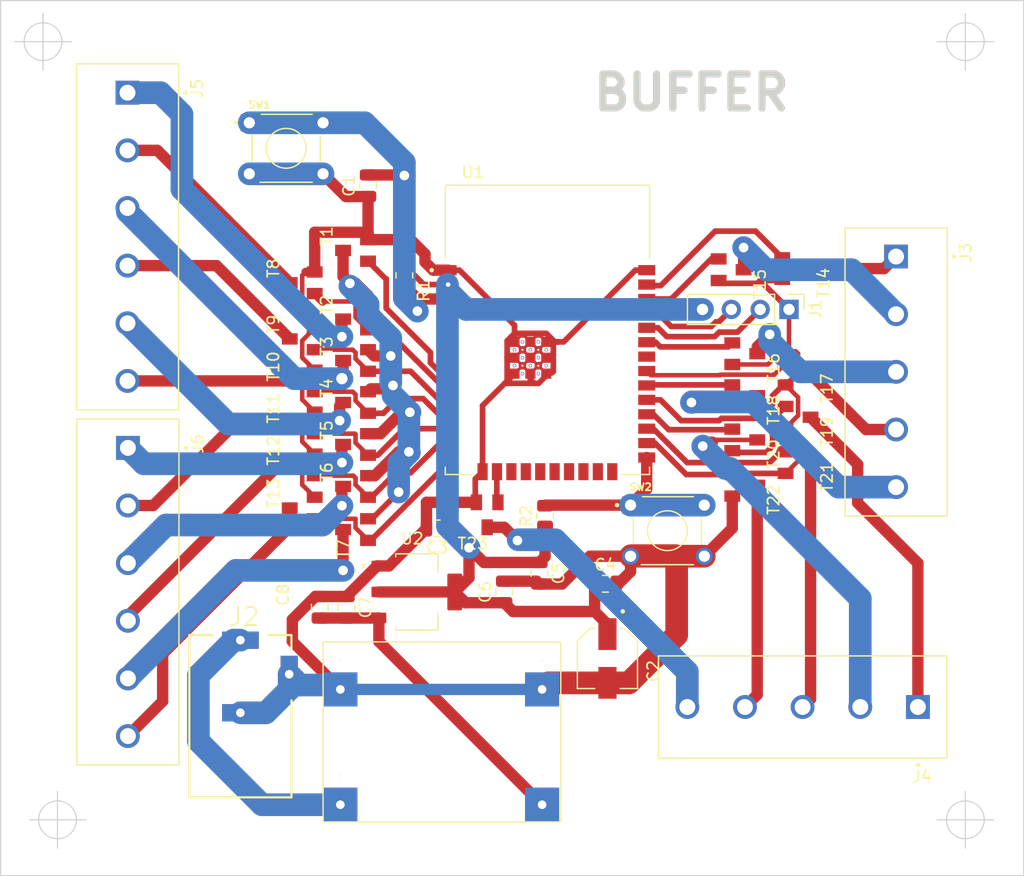
<source format=kicad_pcb>
(kicad_pcb (version 20211014) (generator pcbnew)
  (layers (0 "F.Cu" signal) (31 "B.Cu" signal) (34 "B.Paste" user) (35 "F.Paste" user) (36 "B.SilkS" user "B.Silkscreen") (37 "F.SilkS" user "F.Silkscreen") (38 "B.Mask" user) (39 "F.Mask" user) (44 "Edge.Cuts" user))
  (net 0 "")
  (net 1 "GND")
  (net 2 "r1")
  (net 3 "r2")
  (net 4 "r3")
  (net 5 "r4")
  (net 6 "r5")
  (net 7 "o1g")
  (net 8 "o1r")
  (net 9 "o2g")
  (net 10 "o2r")
  (net 11 "o3g")
  (net 12 "o3r")
  (net 13 "g1")
  (net 14 "g2")
  (net 15 "g3")
  (net 16 "g4")
  (net 17 "Net-(T1-Pad3)")
  (net 18 "Net-(T1-Pad1)")
  (net 19 "Net-(T2-Pad1)")
  (net 20 "Net-(T3-Pad1)")
  (net 21 "Net-(T10-Pad1)")
  (net 22 "Net-(T11-Pad1)")
  (net 23 "Net-(T12-Pad1)")
  (net 24 "Net-(T13-Pad1)")
  (net 25 "Net-(T14-Pad1)")
  (net 26 "Net-(T15-Pad1)")
  (net 27 "Net-(T16-Pad1)")
  (net 28 "Net-(T17-Pad1)")
  (net 29 "Net-(T18-Pad1)")
  (net 30 "Net-(T19-Pad1)")
  (net 31 "Net-(T20-Pad1)")
  (net 32 "Net-(T21-Pad1)")
  (net 33 "Net-(T22-Pad1)")
  (net 34 "Net-(T23-Pad1)")
  (net 48 "+3V3")
  (net 49 "Net-(J1-Pad2)")
  (net 50 "Net-(J1-Pad3)")
  (net 55 "o4g")
  (net 56 "o5g")
  (net 57 "o6g")
  (net 58 "o4r")
  (net 59 "o5r")
  (net 60 "o6r")
  (net 61 "g5")
  (net 62 "Net-(C1-Pad2)")
  (net 63 "Net-(C7-Pad2)")
  (net 64 "Net-(J2-Pad1)")
  (net 65 "Net-(R2-Pad2)")
  (footprint "libraries:SOT23" (layer "F.Cu") (at 148.2 91 -90)
    (fp_text reference "T16")
    (fp_text value "r3")
  )
  (footprint "libraries:SOT23" (layer "F.Cu") (at 152.9 92.8 -90)
    (fp_text reference "T17")
    (fp_text value "r4")
  )
  (footprint "libraries:TE_282841-5" (layer "F.Cu") (at 153.3 122.1375 180)
    (fp_text reference "J4")
    (fp_text value "Groen")
  )
  (footprint "libraries:SOT23" (layer "F.Cu") (at 148.2 102.6 -90)
    (fp_text reference "T22")
    (fp_text value "g4")
  )
  (footprint "libraries:SOT23" (layer "F.Cu") (at 113.9 102.7 90)
    (fp_text reference "T6")
    (fp_text value "o5g")
  )
  (footprint "libraries:TE_282841-5" (layer "F.Cu") (at 161.5375 92.6 -90)
    (fp_text reference "J3")
    (fp_text value "Rood")
  )
  (footprint "Capacitor_SMD:C_0805_2012Metric" (layer "F.Cu") (at 135.92 111.28)
    (fp_text reference "C4")
    (fp_text value "0.1u")
  )
  (footprint "Capacitor_SMD:C_0805_2012Metric" (layer "F.Cu") (at 127 112 90)
    (fp_text reference "C6")
    (fp_text value "4.7u")
  )
  (footprint "libraries:SOT23" (layer "F.Cu") (at 109.2 100.8 90)
    (fp_text reference "T12")
    (fp_text value "o5r")
  )
  (footprint "libraries:SW_1825910-6-4" (layer "F.Cu") (at 107.785 72.9)
    (fp_text reference "SW1")
    (fp_text value "ENABLE")
  )
  (footprint "libraries:XCVR_ESP32-WROOM-32E_(16MB)" (layer "F.Cu") (at 130.81 88.9)
    (fp_text reference "U1")
    (fp_text value "ESP32-WROOM-32E_(16MB)")
  )
  (footprint "libraries:SOT23" (layer "F.Cu") (at 113.9 99 90)
    (fp_text reference "T5")
    (fp_text value "o4g")
  )
  (footprint "libraries:SOT23" (layer "F.Cu") (at 152.6 83.5 -90)
    (fp_text reference "T14")
    (fp_text value "r1")
  )
  (footprint "Resistor_SMD:R_0805_2012Metric" (layer "F.Cu") (at 118.2 84.1 -90)
    (fp_text reference "R1")
    (fp_text value "10k")
  )
  (footprint "libraries:Buck Converter" (layer "F.Cu") (at 121.45 124.4 180)
    (fp_text reference "PS1" hide)
    (fp_text value "ITX0512SA")
  )
  (footprint "libraries:SOT23" (layer "F.Cu") (at 109.2 104.6 90)
    (fp_text reference "T13")
    (fp_text value "06r")
  )
  (footprint "libraries:SOT229P700X180-4N" (layer "F.Cu") (at 119.3 112)
    (fp_text reference "U2")
    (fp_text value "AMS1117")
  )
  (footprint "Capacitor_SMD:C_0805_2012Metric" (layer "F.Cu") (at 115 76.2 90)
    (fp_text reference "C1")
    (fp_text value "1u")
  )
  (footprint "libraries:SOT23" (layer "F.Cu") (at 113.9 95.3 90)
    (fp_text reference "T4")
    (fp_text value "o3g")
  )
  (footprint "libraries:TE_282841-6" (layer "F.Cu") (at 93.8375 112 -90)
    (fp_text reference "J6")
    (fp_text value "Oranje2")
  )
  (footprint "libraries:SOT23" (layer "F.Cu") (at 113.9 87.95 90)
    (fp_text reference "T2")
    (fp_text value "o1g")
  )
  (footprint "Capacitor_SMD:C_0805_2012Metric" (layer "F.Cu") (at 121.1 106.4 180)
    (fp_text reference "C3")
    (fp_text value "22u")
  )
  (footprint "Connector_PinHeader_2.54mm:PinHeader_1x04_P2.54mm_Vertical" (layer "F.Cu") (at 152.1 87.1 -90)
    (fp_text reference "J1")
    (fp_text value "Conn_01x04_Female")
  )
  (footprint "libraries:SOT23" (layer "F.Cu") (at 113.9 106.5 90)
    (fp_text reference "T7")
    (fp_text value "06g")
  )
  (footprint "libraries:TE_282841-6" (layer "F.Cu") (at 93.8 80.7 -90)
    (fp_text reference "J5")
    (fp_text value "Oranje1")
  )
  (footprint "libraries:CAP_EEE0JA101WR" (layer "F.Cu") (at 136.1 117.8625 -90)
    (fp_text reference "C2")
    (fp_text value "220u")
  )
  (footprint "libraries:SOT23" (layer "F.Cu") (at 147 83.6 -90)
    (fp_text reference "T15")
    (fp_text value "r2")
  )
  (footprint "libraries:SW_1825910-6-4" (layer "F.Cu") (at 141.385 106.6)
    (fp_text reference "SW2")
    (fp_text value "BOOT")
  )
  (footprint "libraries:SOT23" (layer "F.Cu") (at 109.2 97.1 90)
    (fp_text reference "T11")
    (fp_text value "o4r")
  )
  (footprint "libraries:SOT23" (layer "F.Cu") (at 152.9 96.6 -90)
    (fp_text reference "T19")
    (fp_text value "g1")
  )
  (footprint "libraries:GCT_DCJ200-10-A-XX-X_REVA" (layer "F.Cu") (at 103.75 122.95)
    (fp_text reference "J2")
    (fp_text value "DCJ200-10-A-XX-X_REVA")
  )
  (footprint "Resistor_SMD:R_0805_2012Metric" (layer "F.Cu") (at 130.6 105.3125 90)
    (fp_text reference "R2")
    (fp_text value "10k")
  )
  (footprint "libraries:SOT23" (layer "F.Cu") (at 148.2 98.6 -90)
    (fp_text reference "T20")
    (fp_text value "g2")
  )
  (footprint "Capacitor_SMD:C_0805_2012Metric" (layer "F.Cu") (at 113.1 113.35 -90)
    (fp_text reference "C7")
    (fp_text value "0.1u")
  )
  (footprint "Capacitor_SMD:C_0805_2012Metric" (layer "F.Cu") (at 110.75 113.35 90)
    (fp_text reference "C8")
    (fp_text value "4.7u")
  )
  (footprint "libraries:SOT23" (layer "F.Cu") (at 109.2 89.7 90)
    (fp_text reference "T9")
    (fp_text value "o2r")
  )
  (footprint "libraries:SOT23" (layer "F.Cu") (at 148.2 94.7 -90)
    (fp_text reference "T18")
    (fp_text value "r5")
  )
  (footprint "libraries:SOT23" (layer "F.Cu") (at 113.9 91.6 90)
    (fp_text reference "T3")
    (fp_text value "o2g")
  )
  (footprint "libraries:SOT23" (layer "F.Cu") (at 109.2 93.4 90)
    (fp_text reference "T10")
    (fp_text value "o3r")
  )
  (footprint "libraries:SOT23" (layer "F.Cu") (at 113.9 81.9 90)
    (fp_text reference "T1")
    (fp_text value "signaal oranje")
  )
  (footprint "libraries:SOT23" (layer "F.Cu") (at 125.5 105.2 180)
    (fp_text reference "T23")
    (fp_text value "g5")
  )
  (footprint "libraries:SOT23" (layer "F.Cu") (at 109.2 84.75 90)
    (fp_text reference "T8")
    (fp_text value "o1r")
  )
  (footprint "libraries:SOT23" (layer "F.Cu") (at 152.9 100.6 -90)
    (fp_text reference "T21")
    (fp_text value "g3")
  )
  (footprint "Capacitor_SMD:C_0805_2012Metric" (layer "F.Cu") (at 130.1 110.35 -90)
    (fp_text reference "C5")
    (fp_text value "0.1u")
  )
  (gr_rect (start 82.615 59.88) (end 172.785 137) (layer "Edge.Cuts") (width 0.1) (fill none))
  (gr_text "BUFFER" (at 143.5 68) (layer "F.Cu") (effects (font (size 3 3) (thickness 0.6))))
  (gr_text "BUFFER" (at 143.5 68) (layer "Edge.Cuts") (effects (font (size 3 3) (thickness 0.6))))
  (target plus (at 86.36 63.5) (size 5) (width 0.1) (layer "Edge.Cuts"))
  (target plus (at 167.64 63.5) (size 5) (width 0.1) (layer "Edge.Cuts"))
  (target plus (at 167.64 132.08) (size 5) (width 0.1) (layer "Edge.Cuts"))
  (target plus (at 87.63 132.08) (size 5) (width 0.1) (layer "Edge.Cuts"))
  (segment (start 109.2 97.25) (end 109.2 98.75) (width 0.4) (layer "F.Cu") (net 1))
  (segment (start 132.1 111.3) (end 134.55 108.85) (width 1) (layer "F.Cu") (net 1))
  (segment (start 146.149511 84.799511) (end 145.9 84.55) (width 0.5) (layer "F.Cu") (net 1))
  (segment (start 147.1 103.55) (end 148.200489 102.449511) (width 0.4) (layer "F.Cu") (net 1))
  (segment (start 122.06 83.64) (end 123.06 83.64) (width 0.5) (layer "F.Cu") (net 1))
  (segment (start 124.45 102.045) (end 125.095 101.4) (width 0.5) (layer "F.Cu") (net 1))
  (segment (start 127.26 89.86) (end 127.91 89.21) (width 0.5) (layer "F.Cu") (net 1))
  (segment (start 110.3 99.85) (end 109.200489 100.949511) (width 0.4) (layer "F.Cu") (net 1))
  (segment (start 128.404521 91.854521) (end 128.404521 92.265479) (width 0.25) (layer "F.Cu") (net 1))
  (segment (start 131.329521 91.190479) (end 131.16 91.36) (width 0.5) (layer "F.Cu") (net 1))
  (segment (start 148.200489 102.449511) (end 148.200489 101.700489) (width 0.4) (layer "F.Cu") (net 1))
  (segment (start 109.2 95.05) (end 110.3 96.15) (width 0.4) (layer "F.Cu") (net 1))
  (segment (start 129.64 93.61) (end 129.31 93.28) (width 0.5) (layer "F.Cu") (net 1))
  (segment (start 131.79 89.96) (end 131.329521 89.96) (width 0.5) (layer "F.Cu") (net 1))
  (segment (start 150.649511 90.950489) (end 150.8 90.8) (width 0.4) (layer "F.Cu") (net 1))
  (segment (start 130.71 89.21) (end 131.46 89.96) (width 0.5) (layer "F.Cu") (net 1))
  (segment (start 150.1 99.7) (end 150.650489 99.149511) (width 0.5) (layer "F.Cu") (net 1))
  (segment (start 110.3 80.3) (end 115 80.3) (width 1) (layer "F.Cu") (net 1))
  (segment (start 150.650489 94.700489) (end 150.650489 95.449511) (width 0.5) (layer "F.Cu") (net 1))
  (segment (start 152.9 100.45) (end 151.8 101.55) (width 0.4) (layer "F.Cu") (net 1))
  (segment (start 110.75 112.4) (end 110.358 112.4) (width 1) (layer "F.Cu") (net 1))
  (segment (start 130.036136 93.61) (end 130.71 92.936136) (width 0.5) (layer "F.Cu") (net 1))
  (segment (start 127.91 92.76) (end 128.404521 92.265479) (width 0.25) (layer "F.Cu") (net 1))
  (segment (start 129.804521 90.865479) (end 129.31 91.36) (width 0.25) (layer "F.Cu") (net 1))
  (segment (start 152.899511 92.650489) (end 151.8 93.75) (width 0.4) (layer "F.Cu") (net 1))
  (segment (start 136.87 111.28) (end 137.07 111.28) (width 1) (layer "F.Cu") (net 1))
  (segment (start 128.404521 90.454521) (end 127.91 89.96) (width 0.25) (layer "F.Cu") (net 1))
  (segment (start 149.8 84.7) (end 149.7 84.7) (width 0.5) (layer "F.Cu") (net 1))
  (segment (start 150.6 91) (end 150.649511 90.950489) (width 0.25) (layer "F.Cu") (net 1))
  (segment (start 113.1 112.4) (end 110.75 112.4) (width 1) (layer "F.Cu") (net 1))
  (segment (start 127.91 89.96) (end 128.404521 89.465479) (width 0.25) (layer "F.Cu") (net 1))
  (segment (start 128.815479 91.854521) (end 129.31 91.36) (width 0.25) (layer "F.Cu") (net 1))
  (segment (start 149.55 84.55) (end 149.300489 84.799511) (width 0.5) (layer "F.Cu") (net 1))
  (segment (start 149.75 84.55) (end 149.75 84.75) (width 0.5) (layer "F.Cu") (net 1))
  (segment (start 127.06 93.61) (end 127.26 93.41) (width 0.5) (layer "F.Cu") (net 1))
  (segment (start 131.79 89.96) (end 130.71 89.96) (width 0.5) (layer "F.Cu") (net 1))
  (segment (start 152.9 94.85) (end 152.9 96.45) (width 0.4) (layer "F.Cu") (net 1))
  (segment (start 149.7 84.7) (end 149.55 84.55) (width 0.5) (layer "F.Cu") (net 1))
  (segment (start 109.200489 91.350489) (end 110.3 92.45) (width 0.4) (layer "F.Cu") (net 1))
  (segment (start 120.02 82.22) (end 118.75 80.95) (width 1) (layer "F.Cu") (net 1))
  (segment (start 137.9875 120.0125) (end 142.2 115.8) (width 2) (layer "F.Cu") (net 1))
  (segment (start 136.1 120.0125) (end 130.9175 120.0125) (width 2) (layer "F.Cu") (net 1))
  (segment (start 109.2 93.55) (end 109.2 95.05) (width 0.4) (layer "F.Cu") (net 1))
  (segment (start 149.300489 84.799511) (end 146.149511 84.799511) (width 0.5) (layer "F.Cu") (net 1))
  (segment (start 129.64 93.61) (end 130.036136 93.61) (width 0.5) (layer "F.Cu") (net 1))
  (segment (start 131.3 91.4) (end 131.329521 91.429521) (width 0.5) (layer "F.Cu") (net 1))
  (segment (start 127 111.05) (end 129.85 111.05) (width 1) (layer "F.Cu") (net 1))
  (segment (start 149.8 84.6) (end 149.75 84.55) (width 0.25) (layer "F.Cu") (net 1))
  (segment (start 132.24 89.96) (end 131.79 89.96) (width 0.5) (layer "F.Cu") (net 1))
  (segment (start 151.8 97.55) (end 152.9 98.65) (width 0.4) (layer "F.Cu") (net 1))
  (segment (start 129.31 89.96) (end 129.804521 90.454521) (width 0.25) (layer "F.Cu") (net 1))
  (segment (start 150.8 90.8) (end 152.7 90.8) (width 0.4) (layer "F.Cu") (net 1))
  (segment (start 136.1 120.0125) (end 137.9875 120.0125) (width 2) (layer "F.Cu") (net 1))
  (segment (start 131.329521 91.429521) (end 131.329521 92.570479) (width 0.5) (layer "F.Cu") (net 1))
  (segment (start 130.71 91.36) (end 130.215479 90.865479) (width 0.25) (layer "F.Cu") (net 1))
  (segment (start 130.215479 89.465479) (end 130.71 89.96) (width 0.25) (layer "F.Cu") (net 1))
  (segment (start 150.650489 95.449511) (end 150.45 95.65) (width 0.5) (layer "F.Cu") (net 1))
  (segment (start 130.71 89.96) (end 130.215479 90.454521) (width 0.25) (layer "F.Cu") (net 1))
  (segment (start 120.15 106.4) (end 120.29 106.54) (width 0.25) (layer "F.Cu") (net 1))
  (segment (start 128.815479 92.265479) (end 129.31 92.76) (width 0.25) (layer "F.Cu") (net 1))
  (segment (start 152.1 87.1) (end 152.1 90.8) (width 0.4) (layer "F.Cu") (net 1))
  (segment (start 129.804521 91.854521) (end 129.804521 92.265479) (width 0.25) (layer "F.Cu") (net 1))
  (segment (start 127.91 89.21) (end 127.91 89.96) (width 0.5) (layer "F.Cu") (net 1))
  (segment (start 128.815479 91.854521) (end 128.404521 91.854521) (width 0.25) (layer "F.Cu") (net 1))
  (segment (start 110.3 92.45) (end 109.2 93.55) (width 0.4) (layer "F.Cu") (net 1))
  (segment (start 130.71 91.36) (end 130.214838 90.864838) (width 0.25) (layer "F.Cu") (net 1))
  (segment (start 130.214838 90.864838) (end 130.214838 90.455162) (width 0.25) (layer "F.Cu") (net 1))
  (segment (start 152.899511 90.999511) (end 152.899511 92.650489) (width 0.4) (layer "F.Cu") (net 1))
  (segment (start 120.15 104.1) (end 124.55 104.1) (width 1) (layer "F.Cu") (net 1))
  (segment (start 150.6 91.6) (end 150.6 91) (width 0.4) (layer "F.Cu") (net 1))
  (segment (start 127.26 91.29) (end 127.84 91.29) (width 0.5) (layer "F.Cu") (net 1))
  (segment (start 128.404521 90.865479) (end 128.404521 90.454521) (width 0.25) (layer "F.Cu") (net 1))
  (segment (start 152.7 90.8) (end 152.899511 90.999511) (width 0.4) (layer "F.Cu") (net 1))
  (segment (start 128.815479 92.265479) (end 128.815479 91.854521) (width 0.25) (layer "F.Cu") (net 1))
  (segment (start 131.329521 89.96) (end 131.329521 91.190479) (width 0.5) (layer "F.Cu") (net 1))
  (segment (start 147.1 106.385) (end 147.1 103.55) (width 1) (layer "F.Cu") (net 1))
  (segment (start 147.25 99.7) (end 150.1 99.7) (width 0.5) (layer "F.Cu") (net 1))
  (segment (start 128.404521 89.465479) (end 128.815479 89.465479) (width 0.25) (layer "F.Cu") (net 1))
  (segment (start 108.331 116.361) (end 112.56 120.59) (width 1) (layer "F.Cu") (net 1))
  (segment (start 152.9 98.65) (end 152.9 100.45) (width 0.4) (layer "F.Cu") (net 1))
  (segment (start 109.200489 89.849511) (end 109.200489 91.350489) (width 0.4) (layer "F.Cu") (net 1))
  (segment (start 130.214838 90.455162) (end 130.71 89.96) (width 0.25) (layer "F.Cu") (net 1))
  (segment (start 125.095 101.4) (end 125.095 95.575) (width 0.5) (layer "F.Cu") (net 1))
  (segment (start 109.5 83.8) (end 110.3 83.8) (width 0.75) (layer "F.Cu") (net 1))
  (segment (start 142.1 108.8) (end 138.185 108.8) (width 2) (layer "F.Cu") (net 1))
  (segment (start 127.91 89.21) (end 130.71 89.21) (width 0.5) (layer "F.Cu") (net 1))
  (segment (start 127.26 93.41) (end 127.91 92.76) (width 0.5) (layer "F.Cu") (net 1))
  (segment (start 131.329521 92.570479) (end 131.2 92.7) (width 0.5) (layer "F.Cu") (net 1))
  (segment (start 115.79 109.71) (end 115.955 109.71) (width 1) (layer "F.Cu") (net 1))
  (segment (start 152.9 96.45) (end 151.8 97.55) (width 0.4) (layer "F.Cu") (net 1))
  (segment (start 152.1 87.1) (end 149.75 84.75) (width 0.5) (layer "F.Cu") (net 1))
  (segment (start 127.84 91.29) (end 127.91 91.36) (width 0.5) (layer "F.Cu") (net 1))
  (segment (start 128.404521 90.865479) (end 127.91 91.36) (width 0.25) (layer "F.Cu") (net 1))
  (segment (start 128.404521 92.265479) (end 128.815479 92.265479) (width 0.25) (layer "F.Cu") (net 1))
  (segment (start 130.215479 92.265479) (end 130.71 92.76) (width 0.25) (layer "F.Cu") (net 1))
  (segment (start 120.02 82.92) (end 120.02 82.22) (width 1) (layer "F.Cu") (net 1))
  (segment (start 134.55 108.85) (end 138.135 108.85) (width 1) (layer "F.Cu") (net 1))
  (segment (start 124.45 104) (end 124.45 102.045) (width 0.5) (layer "F.Cu") (net 1))
  (segment (start 110.3 83.8) (end 110.3 80.3) (width 1) (layer "F.Cu") (net 1))
  (segment (start 115 80.3) (end 115 80.95) (width 1) (layer "F.Cu") (net 1))
  (segment (start 151.8 93.9) (end 151.450978 93.9) (width 0.5) (layer "F.Cu") (net 1))
  (segment (start 113.1 112.4) (end 115.79 109.71) (width 1) (layer "F.Cu") (net 1))
  (segment (start 130.71 92.936136) (end 130.71 92.76) (width 0.5) (layer "F.Cu") (net 1))
  (segment (start 127.91 88.49) (end 127.91 89.21) (width 0.5) (layer "F.Cu") (net 1))
  (segment (start 148.350978 101.55) (end 151.8 101.55) (width 0.5) (layer "F.Cu") (net 1))
  (segment (start 113.035 77.15) (end 115 77.15) (width 1) (layer "F.Cu") (net 1))
  (segment (start 115.955 109.71) (end 116.84 109.71) (width 1) (layer "F.Cu") (net 1))
  (segment (start 110.358 112.4) (end 108.331 114.427) (width 1) (layer "F.Cu") (net 1))
  (segment (start 129.31 91.36) (end 129.804521 91.854521) (width 0.25) (layer "F.Cu") (net 1))
  (segment (start 131.46 89.96) (end 131.79 89.96) (width 0.5) (layer "F.Cu") (net 1))
  (segment (start 120.15 106.4) (end 120.15 104.1) (width 1) (layer "F.Cu") (net 1))
  (segment (start 124.55 104.1) (end 124.45 104) (width 0.25) (layer "F.Cu") (net 1))
  (segment (start 130.215479 90.454521) (end 129.804521 90.454521) (width 0.25) (layer "F.Cu") (net 1))
  (segment (start 147.1 91.95) (end 150.25 91.95) (width 0.4) (layer "F.Cu") (net 1))
  (segment (start 109.200489 102.550489) (end 110.3 103.65) (width 0.4) (layer "F.Cu") (net 1))
  (segment (start 129.31 89.96) (end 129.804521 89.465479) (width 0.25) (layer "F.Cu") (net 1))
  (segment (start 151.4 84.55) (end 149.75 84.55) (width 0.5) (layer "F.Cu") (net 1))
  (segment (start 130.215479 91.854521) (end 130.71 91.36) (width 0.25) (layer "F.Cu") (net 1))
  (segment (start 130.215479 90.865479) (end 129.804521 90.865479) (width 0.25) (layer "F.Cu") (net 1))
  (segment (start 128.815479 90.454521) (end 129.31 89.96) (width 0.25) (layer "F.Cu") (net 1))
  (segment (start 129.804521 90.454521) (end 129.804521 90.865479) (width 0.25) (layer "F.Cu") (net 1))
  (segment (start 110.3 88.75) (end 109.2 87.65) (width 0.75) (layer "F.Cu") (net 1))
  (segment (start 109.2 87.65) (end 109.2 84.1) (width 0.4) (layer "F.Cu") (net 1))
  (segment (start 108.331 114.427) (end 108.331 116.361) (width 1) (layer "F.Cu") (net 1))
  (segment (start 127.26 91.29) (end 127.26 89.86) (width 0.5) (layer "F.Cu") (net 1))
  (segment (start 111.035 75.15) (end 113.035 77.15) (width 1) (layer "F.Cu") (net 1))
  (segment (start 137.07 111.28) (end 138.135 110.215) (width 1) (layer "F.Cu") (net 1))
  (segment (start 149.75 84.75) (end 149.55 84.55) (width 0.5) (layer "F.Cu") (net 1))
  (segment (start 129.85 111.05) (end 130.1 111.3) (width 1) (layer "F.Cu") (net 1))
  (segment (start 150.650489 99.149511) (end 150.650489 97.8) (width 0.5) (layer "F.Cu") (net 1))
  (segment (start 139.56 83.64) (end 138.56 83.64) (width 0.5) (layer "F.Cu") (net 1))
  (segment (start 147.1 99.55) (end 147.25 99.7) (width 0.5) (layer "F.Cu") (net 1))
  (segment (start 129.804521 89.465479) (end 130.215479 89.465479) (width 0.25) (layer "F.Cu") (net 1))
  (segment (start 151.450978 93.9) (end 150.650489 94.700489) (width 0.5) (layer "F.Cu") (net 1))
  (segment (start 150.650489 97.8) (end 151.8 97.8) (width 0.5) (layer "F.Cu") (net 1))
  (segment (start 138.135 110.215) (end 138.135 108.85) (width 1) (layer "F.Cu") (net 1))
  (segment (start 130.9175 120.0125) (end 130.34 120.59) (width 2) (layer "F.Cu") (net 1))
  (segment (start 129.31 91.36) (end 128.815479 90.865479) (width 0.25) (layer "F.Cu") (net 1))
  (segment (start 127.26 93.41) (end 127.26 91.29) (width 0.5) (layer "F.Cu") (net 1))
  (segment (start 109.200489 100.949511) (end 109.200489 102.550489) (width 0.4) (layer "F.Cu") (net 1))
  (segment (start 128.815479 90.454521) (end 128.404521 90.454521) (width 0.25) (layer "F.Cu") (net 1))
  (segment (start 120.74 83.64) (end 120.02 82.92) (width 1) (layer "F.Cu") (net 1))
  (segment (start 118.75 80.95) (end 115 80.95) (width 1) (layer "F.Cu") (net 1))
  (segment (start 122.06 83.64) (end 120.74 83.64) (width 1) (layer "F.Cu") (net 1))
  (segment (start 116.84 109.71) (end 120.15 106.4) (width 1) (layer "F.Cu") (net 1))
  (segment (start 115 77.15) (end 115 80.95) (width 1) (layer "F.Cu") (net 1))
  (segment (start 138.56 83.64) (end 132.24 89.96) (width 0.5) (layer "F.Cu") (net 1))
  (segment (start 138.135 108.85) (end 144.635 108.85) (width 2) (layer "F.Cu") (net 1))
  (segment (start 151.5 84.45) (end 151.4 84.55) (width 0.5) (layer "F.Cu") (net 1))
  (segment (start 150.25 91.95) (end 150.6 91.6) (width 0.4) (layer "F.Cu") (net 1))
  (segment (start 109.2 84.1) (end 109.5 83.8) (width 0.4) (layer "F.Cu") (net 1))
  (segment (start 129.804521 91.854521) (end 130.215479 91.854521) (width 0.25) (layer "F.Cu") (net 1))
  (segment (start 127.91 91.36) (end 128.404521 91.854521) (width 0.25) (layer "F.Cu") (net 1))
  (segment (start 109.2 98.75) (end 110.3 99.85) (width 0.4) (layer "F.Cu") (net 1))
  (segment (start 136.95 111.36) (end 136.87 111.28) (width 1) (layer "F.Cu") (net 1))
  (segment (start 130.215479 92.265479) (end 130.215479 91.854521) (width 0.25) (layer "F.Cu") (net 1))
  (segment (start 148.200489 101.700489) (end 148.350978 101.55) (width 0.4) (layer "F.Cu") (net 1))
  (segment (start 129.804521 92.265479) (end 130.215479 92.265479) (width 0.25) (layer "F.Cu") (net 1))
  (segment (start 128.815479 90.865479) (end 128.404521 90.865479) (width 0.25) (layer "F.Cu") (net 1))
  (segment (start 151.8 93.75) (end 151.8 93.9) (width 0.25) (layer "F.Cu") (net 1))
  (segment (start 142.2 115.8) (end 142.2 108.9) (width 2) (layer "F.Cu") (net 1))
  (segment (start 150.45 95.65) (end 147.1 95.65) (width 0.5) (layer "F.Cu") (net 1))
  (segment (start 144.635 108.85) (end 147.1 106.385) (width 1) (layer "F.Cu") (net 1))
  (segment (start 129.64 93.61) (end 127.06 93.61) (width 0.5) (layer "F.Cu") (net 1))
  (segment (start 110.3 88.75) (end 109.200489 89.849511) (width 0.4) (layer "F.Cu") (net 1))
  (segment (start 128.815479 89.465479) (end 129.31 89.96) (width 0.25) (layer "F.Cu") (net 1))
  (segment (start 130.1 111.3) (end 132.1 111.3) (width 1) (layer "F.Cu") (net 1))
  (segment (start 151.8 93.75) (end 152.9 94.85) (width 0.4) (layer "F.Cu") (net 1))
  (segment (start 149.8 84.7) (end 149.8 84.6) (width 0.25) (layer "F.Cu") (net 1))
  (segment (start 125.095 95.575) (end 127.06 93.61) (width 0.5) (layer "F.Cu") (net 1))
  (segment (start 129.31 92.76) (end 129.804521 92.265479) (width 0.25) (layer "F.Cu") (net 1))
  (segment (start 123.06 83.64) (end 127.91 88.49) (width 0.5) (layer "F.Cu") (net 1))
  (segment (start 131.16 91.36) (end 130.71 91.36) (width 0.5) (layer "F.Cu") (net 1))
  (segment (start 110.3 96.15) (end 109.2 97.25) (width 0.4) (layer "F.Cu") (net 1))
  (segment (start 128.815479 90.865479) (end 128.815479 90.454521) (width 0.25) (layer "F.Cu") (net 1))
  (segment (start 129.31 93.28) (end 129.31 92.76) (width 0.5) (layer "F.Cu") (net 1))
  (segment (start 151.8 97.8) (end 151.8 97.55) (width 0.4) (layer "F.Cu") (net 1))
  (segment (start 106 122.65) (end 108.05 120.6) (width 2) (layer "B.Cu") (net 1))
  (segment (start 108.05 119.25) (end 109 120.2) (width 2) (layer "B.Cu") (net 1))
  (segment (start 104.535 75.15) (end 111.035 75.15) (width 2) (layer "B.Cu") (net 1))
  (segment (start 112.56 120.59) (end 130.34 120.59) (width 1) (layer "B.Cu") (net 1))
  (segment (start 109 120.2) (end 112.17 120.2) (width 2) (layer "B.Cu") (net 1))
  (segment (start 103.75 122.65) (end 106 122.65) (width 2) (layer "B.Cu") (net 1))
  (segment (start 108.05 120.6) (end 108.05 119.25) (width 2) (layer "B.Cu") (net 1))
  (segment (start 112.17 120.2) (end 112.56 120.59) (width 2) (layer "B.Cu") (net 1))
  (segment (start 160.4775 83.5) (end 161.5375 82.44) (width 1) (layer "F.Cu") (net 2))
  (segment (start 153.7 83.5) (end 160.4775 83.5) (width 1) (layer "F.Cu") (net 2))
  (segment (start 148.1 81.6495) (end 148.1 83.6) (width 1) (layer "F.Cu") (net 3))
  (via (at 148.1 81.6495) (size 1.5) (drill 0.85) (layers "F.Cu" "B.Cu") (net 3))
  (segment (start 150.0505 83.6) (end 157.6175 83.6) (width 2) (layer "B.Cu") (net 3))
  (segment (start 148.1 81.6495) (end 150.0505 83.6) (width 2) (layer "B.Cu") (net 3))
  (segment (start 157.6175 83.6) (end 161.5375 87.52) (width 2) (layer "B.Cu") (net 3))
  (segment (start 149.3 90.4) (end 149.3 91) (width 1) (layer "F.Cu") (net 4))
  (segment (start 150.4 89.3) (end 149.3 90.4) (width 1) (layer "F.Cu") (net 4))
  (via (at 150.4 89.3) (size 1.5) (drill 0.85) (layers "F.Cu" "B.Cu") (net 4))
  (segment (start 150.4 89.9) (end 153.1 92.6) (width 2) (layer "B.Cu") (net 4))
  (segment (start 150.4 89.3) (end 150.4 89.9) (width 2) (layer "B.Cu") (net 4))
  (segment (start 153.1 92.6) (end 161.5375 92.6) (width 2) (layer "B.Cu") (net 4))
  (segment (start 158.88 97.68) (end 154 92.8) (width 1) (layer "F.Cu") (net 5))
  (segment (start 161.5375 97.68) (end 158.88 97.68) (width 1) (layer "F.Cu") (net 5))
  (segment (start 143.5 95.3) (end 144 94.8) (width 1) (layer "F.Cu") (net 6))
  (segment (start 144 94.8) (end 144 94.75) (width 1) (layer "F.Cu") (net 6))
  (segment (start 149.25 94.75) (end 149.3 94.7) (width 0.4) (layer "F.Cu") (net 6))
  (segment (start 144 94.75) (end 149.25 94.75) (width 0.4) (layer "F.Cu") (net 6))
  (via (at 143.5 95.3) (size 1.5) (drill 0.85) (layers "F.Cu" "B.Cu") (net 6))
  (segment (start 156.46 102.76) (end 161.5375 102.76) (width 2) (layer "B.Cu") (net 6))
  (segment (start 143.5 95.3) (end 143.55 95.25) (width 2) (layer "B.Cu") (net 6))
  (segment (start 143.55 95.25) (end 148.95 95.25) (width 2) (layer "B.Cu") (net 6))
  (segment (start 148.95 95.25) (end 156.46 102.76) (width 2) (layer "B.Cu") (net 6))
  (segment (start 112.7 89.5) (end 112.7 88.05) (width 1) (layer "F.Cu") (net 7))
  (segment (start 112.7 88.05) (end 112.8 87.95) (width 0.25) (layer "F.Cu") (net 7))
  (via (at 112.7 89.5) (size 1.5) (drill 0.85) (layers "F.Cu" "B.Cu") (net 7))
  (segment (start 98.6 69.9) (end 96.7 68) (width 2) (layer "B.Cu") (net 7))
  (segment (start 96.7 68) (end 93.8 68) (width 2) (layer "B.Cu") (net 7))
  (segment (start 111.6 89.5) (end 98.6 76.5) (width 2) (layer "B.Cu") (net 7))
  (segment (start 98.6 76.5) (end 98.6 69.9) (width 2) (layer "B.Cu") (net 7))
  (segment (start 112.7 89.5) (end 111.6 89.5) (width 2) (layer "B.Cu") (net 7))
  (segment (start 93.8 73.08) (end 96.43 73.08) (width 1) (layer "F.Cu") (net 8))
  (segment (start 96.43 73.08) (end 108.1 84.75) (width 1) (layer "F.Cu") (net 8))
  (segment (start 112.8 91.6) (end 112.8 93.1005) (width 1) (layer "F.Cu") (net 9))
  (segment (start 112.8 93.1005) (end 112.7 93.2005) (width 0.25) (layer "F.Cu") (net 9))
  (via (at 112.7 93.2005) (size 1.5) (drill 1) (layers "F.Cu" "B.Cu") (net 9))
  (segment (start 108.5005 93.2005) (end 93.8 78.5) (width 2) (layer "B.Cu") (net 9))
  (segment (start 112.7 93.2005) (end 108.5005 93.2005) (width 2) (layer "B.Cu") (net 9))
  (segment (start 93.8 78.5) (end 93.8 78.16) (width 2) (layer "B.Cu") (net 9))
  (segment (start 101.64 83.24) (end 108.1 89.7) (width 1) (layer "F.Cu") (net 10))
  (segment (start 93.8 83.24) (end 101.64 83.24) (width 1) (layer "F.Cu") (net 10))
  (segment (start 112.5 96.9) (end 112.5 95.6) (width 1) (layer "F.Cu") (net 11))
  (segment (start 112.5 95.6) (end 112.8 95.3) (width 0.5) (layer "F.Cu") (net 11))
  (via (at 112.5 96.9) (size 1.5) (drill 0.85) (layers "F.Cu" "B.Cu") (net 11))
  (segment (start 112.2 97.2) (end 102.68 97.2) (width 2) (layer "B.Cu") (net 11))
  (segment (start 112.5 96.9) (end 112.2 97.2) (width 2) (layer "B.Cu") (net 11))
  (segment (start 102.68 97.2) (end 93.8 88.32) (width 2) (layer "B.Cu") (net 11))
  (segment (start 93.8 93.4) (end 108.1 93.4) (width 1) (layer "F.Cu") (net 12))
  (segment (start 158.15 104.15) (end 163.46 109.46) (width 1) (layer "F.Cu") (net 13))
  (segment (start 154 96.6) (end 158.15 100.75) (width 1) (layer "F.Cu") (net 13))
  (segment (start 158.15 100.75) (end 158.15 104.15) (width 1) (layer "F.Cu") (net 13))
  (segment (start 163.46 109.46) (end 163.46 122.1375) (width 1) (layer "F.Cu") (net 13))
  (segment (start 145.55 98.6) (end 149.3 98.6) (width 0.4) (layer "F.Cu") (net 14))
  (segment (start 145.35 98.8) (end 145.55 98.6) (width 0.4) (layer "F.Cu") (net 14))
  (segment (start 144.5 99.1495) (end 144.8495 98.8) (width 1) (layer "F.Cu") (net 14))
  (segment (start 144.8495 98.8) (end 145.35 98.8) (width 1) (layer "F.Cu") (net 14))
  (via (at 144.5 99.1495) (size 1.5) (drill 0.85) (layers "F.Cu" "B.Cu") (net 14))
  (segment (start 146.45 101.1) (end 144.5 99.15) (width 2) (layer "B.Cu") (net 14))
  (segment (start 146.9 101.1) (end 146.45 101.1) (width 2) (layer "B.Cu") (net 14))
  (segment (start 144.5 99.15) (end 144.5 99.1495) (width 2) (layer "B.Cu") (net 14))
  (segment (start 158.38 112.58) (end 146.9 101.1) (width 2) (layer "B.Cu") (net 14))
  (segment (start 158.38 122.1375) (end 158.38 112.58) (width 2) (layer "B.Cu") (net 14))
  (segment (start 154 100.6) (end 154 121.4375) (width 1) (layer "F.Cu") (net 15))
  (segment (start 154 121.4375) (end 153.3 122.1375) (width 1) (layer "F.Cu") (net 15))
  (segment (start 149.3 121.0575) (end 148.22 122.1375) (width 1) (layer "F.Cu") (net 16))
  (segment (start 149.3 102.6) (end 149.3 121.0575) (width 1) (layer "F.Cu") (net 16))
  (segment (start 115.55 91.2) (end 115 90.65) (width 1) (layer "F.Cu") (net 17))
  (segment (start 115.25 94.1) (end 115 94.35) (width 1) (layer "F.Cu") (net 17))
  (segment (start 116.1 98.05) (end 117.984833 96.165167) (width 1) (layer "F.Cu") (net 17))
  (segment (start 115 85.880952) (end 115 87) (width 1) (layer "F.Cu") (net 17))
  (segment (start 117.984833 96.165167) (end 118.688244 96.165167) (width 1) (layer "F.Cu") (net 17))
  (segment (start 112.8 84.2) (end 112.8 81.9) (width 1) (layer "F.Cu") (net 17))
  (segment (start 117 91.2) (end 115.55 91.2) (width 1) (layer "F.Cu") (net 17))
  (segment (start 115.6 101.75) (end 115 101.75) (width 1) (layer "F.Cu") (net 17))
  (segment (start 113.919048 84.8) (end 115 85.880952) (width 1) (layer "F.Cu") (net 17))
  (segment (start 118.6 99.65) (end 117.7 99.65) (width 1) (layer "F.Cu") (net 17))
  (segment (start 115 98.05) (end 116.1 98.05) (width 1) (layer "F.Cu") (net 17))
  (segment (start 113.4 84.8) (end 112.8 84.2) (width 1) (layer "F.Cu") (net 17))
  (segment (start 115.35 105.55) (end 117.7 103.2) (width 0.5) (layer "F.Cu") (net 17))
  (segment (start 113.4 84.8) (end 113.919048 84.8) (width 1) (layer "F.Cu") (net 17))
  (segment (start 116.9 94.1) (end 115.25 94.1) (width 1) (layer "F.Cu") (net 17))
  (segment (start 115 105.55) (end 115.35 105.55) (width 0.5) (layer "F.Cu") (net 17))
  (segment (start 117.2 93.8) (end 116.9 94.1) (width 1) (layer "F.Cu") (net 17))
  (segment (start 117.7 99.65) (end 115.6 101.75) (width 1) (layer "F.Cu") (net 17))
  (via (at 118.688244 96.165167) (size 1.5) (drill 0.85) (layers "F.Cu" "B.Cu") (net 17))
  (via (at 117.2 93.8) (size 1.5) (drill 0.85) (layers "F.Cu" "B.Cu") (net 17))
  (via (at 118.6 99.65) (size 1.5) (drill 0.85) (layers "F.Cu" "B.Cu") (net 17))
  (via (at 113.4 84.8) (size 1.5) (drill 0.85) (layers "F.Cu" "B.Cu") (net 17))
  (via (at 117 91.2) (size 1.5) (drill 0.85) (layers "F.Cu" "B.Cu") (net 17))
  (via (at 117.7 103.2) (size 1.5) (drill 0.85) (layers "F.Cu" "B.Cu") (net 17))
  (segment (start 117 93.6) (end 117.2 93.8) (width 0.5) (layer "B.Cu") (net 17))
  (segment (start 118.6 99.65) (end 118.6 96.253411) (width 2) (layer "B.Cu") (net 17))
  (segment (start 118.688244 96.165167) (end 117.2 94.676923) (width 2) (layer "B.Cu") (net 17))
  (segment (start 115 87.6) (end 115 86.644375) (width 2) (layer "B.Cu") (net 17))
  (segment (start 118.6 96.253411) (end 118.688244 96.165167) (width 2) (layer "B.Cu") (net 17))
  (segment (start 117 91.2) (end 117 93.6) (width 2) (layer "B.Cu") (net 17))
  (segment (start 118.65 99.7) (end 117.7 100.65) (width 2) (layer "B.Cu") (net 17))
  (segment (start 113.4 85.044375) (end 113.4 84.8) (width 0.5) (layer "B.Cu") (net 17))
  (segment (start 117.7 100.65) (end 117.7 103.2) (width 2) (layer "B.Cu") (net 17))
  (segment (start 117 89.6) (end 115 87.6) (width 2) (layer "B.Cu") (net 17))
  (segment (start 117 91.2) (end 117 89.6) (width 2) (layer "B.Cu") (net 17))
  (segment (start 115 86.644375) (end 113.4 85.044375) (width 2) (layer "B.Cu") (net 17))
  (segment (start 117.2 94.676923) (end 117.2 93.8) (width 1) (layer "B.Cu") (net 17))
  (segment (start 118.65 99.7) (end 118.6 99.65) (width 0.5) (layer "B.Cu") (net 17))
  (segment (start 116.6 87) (end 120.5 90.9) (width 0.5) (layer "F.Cu") (net 18))
  (segment (start 116.55 84.4) (end 116.6 84.4) (width 0.5) (layer "F.Cu") (net 18))
  (segment (start 115 82.85) (end 116.55 84.4) (width 0.5) (layer "F.Cu") (net 18))
  (segment (start 120.5 90.9) (end 120.5 91.799022) (width 0.5) (layer "F.Cu") (net 18))
  (segment (start 121.230978 92.53) (end 122.06 92.53) (width 0.5) (layer "F.Cu") (net 18))
  (segment (start 120.5 91.799022) (end 121.230978 92.53) (width 0.5) (layer "F.Cu") (net 18))
  (segment (start 116.6 84.4) (end 116.6 87) (width 0.5) (layer "F.Cu") (net 18))
  (segment (start 110.3 85.7) (end 111 86.4) (width 0.75) (layer "F.Cu") (net 19))
  (segment (start 122.06 93.8) (end 121.480978 93.8) (width 0.5) (layer "F.Cu") (net 19))
  (segment (start 121.480978 93.8) (end 116.580978 88.9) (width 0.5) (layer "F.Cu") (net 19))
  (segment (start 113.900489 87.800489) (end 115 88.9) (width 0.4) (layer "F.Cu") (net 19))
  (segment (start 116.580978 88.9) (end 115 88.9) (width 0.5) (layer "F.Cu") (net 19))
  (segment (start 113.900489 86.4) (end 113.900489 87.800489) (width 0.4) (layer "F.Cu") (net 19))
  (segment (start 111 86.4) (end 113.900489 86.4) (width 0.4) (layer "F.Cu") (net 19))
  (segment (start 121.27 95.07) (end 118.75 92.55) (width 0.5) (layer "F.Cu") (net 20))
  (segment (start 113.900489 90.900489) (end 113.900489 91.450489) (width 0.4) (layer "F.Cu") (net 20))
  (segment (start 110.3 90.65) (end 113.65 90.65) (width 0.4) (layer "F.Cu") (net 20))
  (segment (start 118.75 92.55) (end 115 92.55) (width 0.5) (layer "F.Cu") (net 20))
  (segment (start 122.06 95.07) (end 121.27 95.07) (width 0.5) (layer "F.Cu") (net 20))
  (segment (start 113.900489 91.450489) (end 115 92.55) (width 0.4) (layer "F.Cu") (net 20))
  (segment (start 113.65 90.65) (end 113.900489 90.900489) (width 0.4) (layer "F.Cu") (net 20))
  (segment (start 119.856634 94.965656) (end 117.634344 94.965656) (width 0.5) (layer "F.Cu") (net 21))
  (segment (start 121.230978 96.34) (end 119.856634 94.965656) (width 0.5) (layer "F.Cu") (net 21))
  (segment (start 115 96.25) (end 113.900489 95.150489) (width 0.4) (layer "F.Cu") (net 21))
  (segment (start 113.65 94.35) (end 110.3 94.35) (width 0.4) (layer "F.Cu") (net 21))
  (segment (start 116.35 96.25) (end 115 96.25) (width 0.5) (layer "F.Cu") (net 21))
  (segment (start 113.900489 94.600489) (end 113.65 94.35) (width 0.4) (layer "F.Cu") (net 21))
  (segment (start 117.634344 94.965656) (end 116.35 96.25) (width 0.5) (layer "F.Cu") (net 21))
  (segment (start 113.900489 95.150489) (end 113.900489 94.600489) (width 0.4) (layer "F.Cu") (net 21))
  (segment (start 122.06 96.34) (end 121.230978 96.34) (width 0.5) (layer "F.Cu") (net 21))
  (segment (start 113.899511 98.849511) (end 113.899511 98.100489) (width 0.4) (layer "F.Cu") (net 22))
  (segment (start 115 99.95) (end 113.899511 98.849511) (width 0.4) (layer "F.Cu") (net 22))
  (segment (start 113.899511 98.100489) (end 113.849022 98.05) (width 0.4) (layer "F.Cu") (net 22))
  (segment (start 113.849022 98.05) (end 110.3 98.05) (width 0.4) (layer "F.Cu") (net 22))
  (segment (start 115.85 99.95) (end 115 99.95) (width 0.5) (layer "F.Cu") (net 22))
  (segment (start 122.06 97.61) (end 118.19 97.61) (width 0.5) (layer "F.Cu") (net 22))
  (segment (start 118.19 97.61) (end 115.85 99.95) (width 0.5) (layer "F.Cu") (net 22))
  (segment (start 113.699022 101.75) (end 113.9 101.950978) (width 0.4) (layer "F.Cu") (net 23))
  (segment (start 113.9 101.950978) (end 113.9 102.55) (width 0.4) (layer "F.Cu") (net 23))
  (segment (start 115 103.65) (end 115.3 103.65) (width 0.5) (layer "F.Cu") (net 23))
  (segment (start 115.3 103.65) (end 117.45 101.5) (width 0.5) (layer "F.Cu") (net 23))
  (segment (start 110.3 101.75) (end 113.699022 101.75) (width 0.4) (layer "F.Cu") (net 23))
  (segment (start 121.37 98.88) (end 122.06 98.88) (width 0.5) (layer "F.Cu") (net 23))
  (segment (start 113.9 102.55) (end 115 103.65) (width 0.4) (layer "F.Cu") (net 23))
  (segment (start 117.45 101.5) (end 118.75 101.5) (width 0.5) (layer "F.Cu") (net 23))
  (segment (start 118.75 101.5) (end 121.37 98.88) (width 0.5) (layer "F.Cu") (net 23))
  (segment (start 122.06 100.64) (end 122.06 100.15) (width 0.5) (layer "F.Cu") (net 24))
  (segment (start 113.9 105.55) (end 113.9 106.35) (width 0.4) (layer "F.Cu") (net 24))
  (segment (start 113.9 106.35) (end 115 107.45) (width 0.4) (layer "F.Cu") (net 24))
  (segment (start 115.25 107.45) (end 122.06 100.64) (width 0.5) (layer "F.Cu") (net 24))
  (segment (start 115 107.45) (end 115.25 107.45) (width 0.5) (layer "F.Cu") (net 24))
  (segment (start 110.3 105.55) (end 113.9 105.55) (width 0.4) (layer "F.Cu") (net 24))
  (segment (start 139.56 84.91) (end 139.65 85) (width 0.5) (layer "F.Cu") (net 25))
  (segment (start 140.8 85) (end 145.6 80.2) (width 0.5) (layer "F.Cu") (net 25))
  (segment (start 149.15 80.2) (end 151.5 82.55) (width 0.5) (layer "F.Cu") (net 25))
  (segment (start 145.6 80.2) (end 149.15 80.2) (width 0.5) (layer "F.Cu") (net 25))
  (segment (start 139.65 85) (end 140.8 85) (width 0.5) (layer "F.Cu") (net 25))
  (segment (start 145.25 82.65) (end 145.9 82.65) (width 0.5) (layer "F.Cu") (net 26))
  (segment (start 141.72 86.18) (end 145.25 82.65) (width 0.5) (layer "F.Cu") (net 26))
  (segment (start 139.56 86.18) (end 141.72 86.18) (width 0.5) (layer "F.Cu") (net 26))
  (segment (start 140.349511 89.99) (end 139.56 89.99) (width 0.5) (layer "F.Cu") (net 27))
  (segment (start 146.75 90.4) (end 140.759511 90.4) (width 0.5) (layer "F.Cu") (net 27))
  (segment (start 147.1 90.05) (end 146.75 90.4) (width 0.5) (layer "F.Cu") (net 27))
  (segment (start 140.759511 90.4) (end 140.349511 89.99) (width 0.5) (layer "F.Cu") (net 27))
  (segment (start 151.8 91.85) (end 150.799511 92.850489) (width 0.4) (layer "F.Cu") (net 28))
  (segment (start 146.000489 92.9) (end 139.93 92.9) (width 0.4) (layer "F.Cu") (net 28))
  (segment (start 146.05 92.850489) (end 146.000489 92.9) (width 0.4) (layer "F.Cu") (net 28))
  (segment (start 139.93 92.9) (end 139.56 92.53) (width 0.4) (layer "F.Cu") (net 28))
  (segment (start 150.799511 92.850489) (end 146.05 92.850489) (width 0.4) (layer "F.Cu") (net 28))
  (segment (start 147.1 93.75) (end 139.61 93.75) (width 0.5) (layer "F.Cu") (net 29))
  (segment (start 139.61 93.75) (end 139.56 93.8) (width 0.25) (layer "F.Cu") (net 29))
  (segment (start 151.1 96.35) (end 150.75 96.35) (width 0.5) (layer "F.Cu") (net 30))
  (segment (start 146.15 96.700489) (end 145.950489 96.9) (width 0.5) (layer "F.Cu") (net 30))
  (segment (start 150.75 96.35) (end 150.399511 96.700489) (width 0.5) (layer "F.Cu") (net 30))
  (segment (start 150.399511 96.700489) (end 146.15 96.700489) (width 0.5) (layer "F.Cu") (net 30))
  (segment (start 145.950489 96.9) (end 142.6 96.9) (width 0.5) (layer "F.Cu") (net 30))
  (segment (start 151.8 95.65) (end 151.1 96.35) (width 0.5) (layer "F.Cu") (net 30))
  (segment (start 142.6 96.9) (end 140.77 95.07) (width 0.5) (layer "F.Cu") (net 30))
  (segment (start 140.77 95.07) (end 139.56 95.07) (width 0.5) (layer "F.Cu") (net 30))
  (segment (start 140.139022 96.34) (end 139.56 96.34) (width 0.5) (layer "F.Cu") (net 31))
  (segment (start 141.499022 97.7) (end 140.139022 96.34) (width 0.5) (layer "F.Cu") (net 31))
  (segment (start 147.1 97.65) (end 147.05 97.7) (width 0.25) (layer "F.Cu") (net 31))
  (segment (start 147.05 97.7) (end 141.499022 97.7) (width 0.5) (layer "F.Cu") (net 31))
  (segment (start 151.8 99.65) (end 151.35 99.65) (width 0.75) (layer "F.Cu") (net 32))
  (segment (start 151.35 99.65) (end 150.4 100.6) (width 0.5) (layer "F.Cu") (net 32))
  (segment (start 150.4 100.6) (end 143.129022 100.6) (width 0.5) (layer "F.Cu") (net 32))
  (segment (start 143.129022 100.6) (end 140.139022 97.61) (width 0.5) (layer "F.Cu") (net 32))
  (segment (start 140.139022 97.61) (end 139.56 97.61) (width 0.25) (layer "F.Cu") (net 32))
  (segment (start 147.1 101.65) (end 143.05 101.65) (width 0.5) (layer "F.Cu") (net 33))
  (segment (start 143.05 101.65) (end 140.28 98.88) (width 0.5) (layer "F.Cu") (net 33))
  (segment (start 140.28 98.88) (end 139.56 98.88) (width 0.5) (layer "F.Cu") (net 33))
  (segment (start 126.35 104) (end 126.35 101.415) (width 0.5) (layer "F.Cu") (net 34))
  (segment (start 126.35 101.415) (end 126.365 101.4) (width 0.25) (layer "F.Cu") (net 34))
  (segment (start 126.45 104.1) (end 126.35 104) (width 0.5) (layer "F.Cu") (net 34))
  (segment (start 123.9 110.745) (end 122.645 112) (width 1) (layer "F.Cu") (net 48))
  (segment (start 125.2 109.4) (end 130.1 109.4) (width 1) (layer "F.Cu") (net 48))
  (segment (start 136.1 115.7125) (end 136.1 114.85) (width 1) (layer "F.Cu") (net 48))
  (segment (start 130.6 106.225) (end 130.6 108.9) (width 1) (layer "F.Cu") (net 48))
  (segment (start 130.6 108.9) (end 130.1 109.4) (width 1) (layer "F.Cu") (net 48))
  (segment (start 123.75 108.1) (end 122.05 106.4) (width 1) (layer "F.Cu") (net 48))
  (segment (start 123.595 112.95) (end 122.645 112) (width 1) (layer "F.Cu") (net 48))
  (segment (start 134.97 111.28) (end 134.85 111.4) (width 1) (layer "F.Cu") (net 48))
  (segment (start 123.9 108.1) (end 123.9 110.745) (width 1) (layer "F.Cu") (net 48))
  (segment (start 122.645 112) (end 115.955 112) (width 1) (layer "F.Cu") (net 48))
  (segment (start 134.97 113.72) (end 134.97 111.28) (width 1) (layer "F.Cu") (net 48))
  (segment (start 134.97 113.72) (end 127.77 113.72) (width 1) (layer "F.Cu") (net 48))
  (segment (start 127.77 113.72) (end 127 112.95) (width 1) (layer "F.Cu") (net 48))
  (segment (start 136.1 114.85) (end 134.97 113.72) (width 1) (layer "F.Cu") (net 48))
  (segment (start 123.9 108.1) (end 123.75 108.1) (width 0.5) (layer "F.Cu") (net 48))
  (segment (start 130.45 106.375) (end 130.6 106.225) (width 0.5) (layer "F.Cu") (net 48))
  (segment (start 127 112.95) (end 123.595 112.95) (width 1) (layer "F.Cu") (net 48))
  (segment (start 119.9225 84.91) (end 122.06 84.91) (width 0.5) (layer "F.Cu") (net 48))
  (segment (start 123.9 108.1) (end 125.2 109.4) (width 1) (layer "F.Cu") (net 48))
  (segment (start 118.2 83.1875) (end 119.9225 84.91) (width 0.5) (layer "F.Cu") (net 48))
  (via (at 122.06 84.91) (size 0.8) (drill 0.4) (layers "F.Cu" "B.Cu") (net 48))
  (via (at 123.9 108.1) (size 1.5) (drill 0.85) (layers "F.Cu" "B.Cu") (net 48))
  (segment (start 123.650641 87.1) (end 144.48 87.1) (width 2) (layer "B.Cu") (net 48))
  (segment (start 122 106.2) (end 122 84.9) (width 2) (layer "B.Cu") (net 48))
  (segment (start 122 85.449359) (end 123.650641 87.1) (width 2) (layer "B.Cu") (net 48))
  (segment (start 122 84.9) (end 122 85.449359) (width 0.25) (layer "B.Cu") (net 48))
  (segment (start 123.9 108.1) (end 122 106.2) (width 2) (layer "B.Cu") (net 48))
  (segment (start 139.56 88.72) (end 140.56 88.72) (width 0.5) (layer "F.Cu") (net 49))
  (segment (start 140.56 88.72) (end 141.34 89.5) (width 0.5) (layer "F.Cu") (net 49))
  (segment (start 145.550978 89.5) (end 145.950489 89.100489) (width 0.5) (layer "F.Cu") (net 49))
  (segment (start 145.950489 89.100489) (end 147.559511 89.100489) (width 0.5) (layer "F.Cu") (net 49))
  (segment (start 141.34 89.5) (end 145.550978 89.5) (width 0.5) (layer "F.Cu") (net 49))
  (segment (start 147.559511 89.100489) (end 149.56 87.1) (width 0.5) (layer "F.Cu") (net 49))
  (segment (start 140.56 87.45) (end 139.56 87.45) (width 0.5) (layer "F.Cu") (net 50))
  (segment (start 147.02 87.1) (end 145.92 88.2) (width 0.5) (layer "F.Cu") (net 50))
  (segment (start 145.65 88.2) (end 145.25 88.6) (width 0.5) (layer "F.Cu") (net 50))
  (segment (start 145.25 88.6) (end 141.71 88.6) (width 0.5) (layer "F.Cu") (net 50))
  (segment (start 141.71 88.6) (end 140.56 87.45) (width 0.5) (layer "F.Cu") (net 50))
  (segment (start 145.92 88.2) (end 145.65 88.2) (width 0.5) (layer "F.Cu") (net 50))
  (segment (start 112.7 99.1) (end 112.8 99) (width 0.5) (layer "F.Cu") (net 55))
  (segment (start 112.7 100.6) (end 112.7 99.1) (width 1) (layer "F.Cu") (net 55))
  (via (at 112.7 100.6) (size 1.5) (drill 0.85) (layers "F.Cu" "B.Cu") (net 55))
  (segment (start 112.6 100.7) (end 95.2375 100.7) (width 2) (layer "B.Cu") (net 55))
  (segment (start 95.2375 100.7) (end 93.8375 99.3) (width 2) (layer "B.Cu") (net 55))
  (segment (start 112.7 100.6) (end 112.6 100.7) (width 2) (layer "B.Cu") (net 55))
  (segment (start 112.7 102.8) (end 112.8 102.7) (width 0.5) (layer "F.Cu") (net 56))
  (segment (start 112.7 104.4) (end 112.7 102.8) (width 1) (layer "F.Cu") (net 56))
  (via (at 112.7 104.4) (size 1.5) (drill 0.85) (layers "F.Cu" "B.Cu") (net 56))
  (segment (start 111 106.1) (end 97.1975 106.1) (width 2) (layer "B.Cu") (net 56))
  (segment (start 112.7 104.4) (end 111 106.1) (width 2) (layer "B.Cu") (net 56))
  (segment (start 97.1975 106.1) (end 93.8375 109.46) (width 2) (layer "B.Cu") (net 56))
  (segment (start 112.8 110.1) (end 112.8 106.5) (width 1) (layer "F.Cu") (net 57))
  (via (at 112.8 110.1) (size 1.5) (drill 0.85) (layers "F.Cu" "B.Cu") (net 57))
  (segment (start 103.3575 110.1) (end 93.8375 119.62) (width 2) (layer "B.Cu") (net 57))
  (segment (start 112.8 110.1) (end 103.3575 110.1) (width 2) (layer "B.Cu") (net 57))
  (segment (start 96.07 104.38) (end 103.35 97.1) (width 1) (layer "F.Cu") (net 58))
  (segment (start 103.35 97.1) (end 108.1 97.1) (width 1) (layer "F.Cu") (net 58))
  (segment (start 93.8375 104.38) (end 96.07 104.38) (width 1) (layer "F.Cu") (net 58))
  (segment (start 107.15 100.8) (end 107.5775 100.8) (width 1) (layer "F.Cu") (net 59))
  (segment (start 93.8375 114.1125) (end 107.15 100.8) (width 1) (layer "F.Cu") (net 59))
  (segment (start 107.5775 100.8) (end 108.1 100.8) (width 0.25) (layer "F.Cu") (net 59))
  (segment (start 93.8375 114.54) (end 93.8375 114.1125) (width 1) (layer "F.Cu") (net 59))
  (segment (start 96.9 121.6375) (end 96.9 117.45) (width 1) (layer "F.Cu") (net 60))
  (segment (start 93.8375 124.7) (end 96.9 121.6375) (width 1) (layer "F.Cu") (net 60))
  (segment (start 108.1 106.25) (end 108.1 104.6) (width 1) (layer "F.Cu") (net 60))
  (segment (start 96.9 117.45) (end 108.1 106.25) (width 1) (layer "F.Cu") (net 60))
  (segment (start 127.000303 106.3) (end 125.5 106.3) (width 1) (layer "F.Cu") (net 61))
  (segment (start 128.169007 107.468704) (end 127.000303 106.3) (width 1) (layer "F.Cu") (net 61))
  (via (at 128.169007 107.468704) (size 1.5) (drill 0.85) (layers "F.Cu" "B.Cu") (net 61))
  (segment (start 128.169007 107.468704) (end 128.237711 107.4) (width 0.5) (layer "B.Cu") (net 61))
  (segment (start 131.5 107.4) (end 143.14 119.04) (width 2) (layer "B.Cu") (net 61))
  (segment (start 128.237711 107.4) (end 131.5 107.4) (width 2) (layer "B.Cu") (net 61))
  (segment (start 143.14 119.04) (end 143.14 122.1375) (width 2) (layer "B.Cu") (net 61))
  (segment (start 115 75.25) (end 118.15 75.25) (width 1) (layer "F.Cu") (net 62))
  (segment (start 119.35 87.25) (end 119.35 86.1625) (width 1) (layer "F.Cu") (net 62))
  (segment (start 118.15 75.25) (end 118.2 75.3) (width 0.25) (layer "F.Cu") (net 62))
  (segment (start 119.3675 86.18) (end 122.06 86.18) (width 1) (layer "F.Cu") (net 62))
  (segment (start 119.35 86.1625) (end 118.2 85.0125) (width 1) (layer "F.Cu") (net 62))
  (segment (start 118.2 85.0125) (end 119.3675 86.18) (width 0.25) (layer "F.Cu") (net 62))
  (via (at 118.2 75.3) (size 1.5) (drill 0.85) (layers "F.Cu" "B.Cu") (net 62))
  (via (at 119.35 87.25) (size 1.5) (drill 0.85) (layers "F.Cu" "B.Cu") (net 62))
  (segment (start 114.7 70.65) (end 118.2 74.15) (width 2) (layer "B.Cu") (net 62))
  (segment (start 119.35 87.25) (end 118.2 86.1) (width 2) (layer "B.Cu") (net 62))
  (segment (start 104.535 70.65) (end 111.035 70.65) (width 2) (layer "B.Cu") (net 62))
  (segment (start 118.2 74.15) (end 118.2 75.3) (width 2) (layer "B.Cu") (net 62))
  (segment (start 111.035 70.65) (end 114.7 70.65) (width 2) (layer "B.Cu") (net 62))
  (segment (start 118.2 86.1) (end 118.2 75.3) (width 2) (layer "B.Cu") (net 62))
  (segment (start 115.955 116.365) (end 130.34 130.75) (width 1) (layer "F.Cu") (net 63))
  (segment (start 115.945 114.3) (end 115.955 114.29) (width 0.25) (layer "F.Cu") (net 63))
  (segment (start 113.1 114.3) (end 115.945 114.3) (width 1) (layer "F.Cu") (net 63))
  (segment (start 113.1 114.3) (end 110.75 114.3) (width 1) (layer "F.Cu") (net 63))
  (segment (start 115.955 114.29) (end 115.955 116.365) (width 1) (layer "F.Cu") (net 63))
  (segment (start 100.05 119.35) (end 100.05 125.15) (width 2) (layer "B.Cu") (net 64))
  (segment (start 100.05 125.15) (end 105.65 130.75) (width 2) (layer "B.Cu") (net 64))
  (segment (start 105.65 130.75) (end 112.56 130.75) (width 2) (layer "B.Cu") (net 64))
  (segment (start 103.75 116.25) (end 103.15 116.25) (width 2) (layer "B.Cu") (net 64))
  (segment (start 103.15 116.25) (end 100.05 119.35) (width 2) (layer "B.Cu") (net 64))
  (segment (start 130.65 104.35) (end 138.135 104.35) (width 1) (layer "F.Cu") (net 65))
  (segment (start 130.6 104.4) (end 130.65 104.35) (width 0.25) (layer "F.Cu") (net 65))
  (segment (start 139.56 102.925) (end 138.135 104.35) (width 1) (layer "F.Cu") (net 65))
  (segment (start 139.56 100.15) (end 139.56 102.925) (width 1) (layer "F.Cu") (net 65))
  (segment (start 144.635 104.35) (end 138.135 104.35) (width 2) (layer "B.Cu") (net 65))
)
</source>
